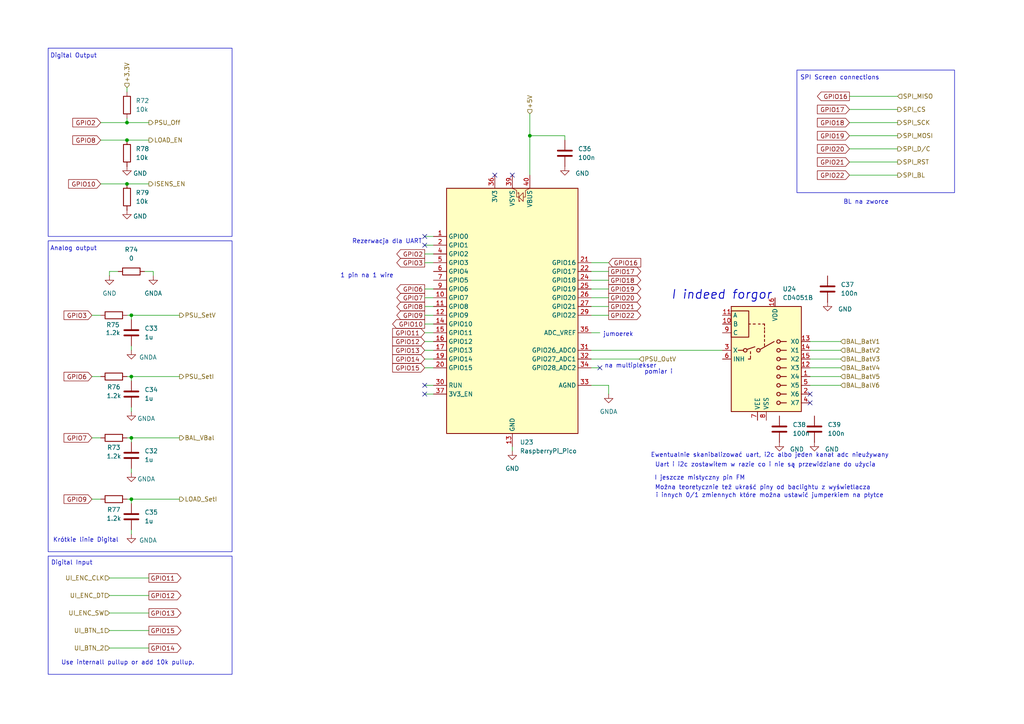
<source format=kicad_sch>
(kicad_sch (version 20231120) (generator "eeschema") (generator_version "8.0")
  (paper "A4")
  (lib_symbols
    (symbol "Analog_Switch:CD4051B"
      (property "Reference" "U" (at -10.16 16.51 0))
      (property "Value" "CD4051B" (at 3.81 16.51 0))
      (symbol "CD4051B_0_1"
        (rectangle (start -10.16 6.35) (end -5.08 13.97) (stroke (width 0.254)))
        (rectangle (start -10.16 15.24) (end 10.16 -15.24) (stroke (width 0.254)) (fill (type background)))
        (circle (center -6.096 2.54) (radius 0.508) (stroke (width 0.254)))
        (circle (center -2.286 2.54) (radius 0.508) (stroke (width 0.254)))
        (polyline (pts (xy -8.128 2.54) (xy -6.604 2.54)) (stroke (width 0.254)))
        (polyline (pts (xy -5.588 2.794) (xy -3.302 3.556)) (stroke (width 0.254)))
        (polyline (pts (xy -4.572 0) (xy -5.207 0)) (stroke (width 0.254)))
        (polyline (pts (xy -4.572 0.254) (xy -4.572 0.889)) (stroke (width 0.254)))
        (polyline (pts (xy -4.572 1.524) (xy -4.572 2.159)) (stroke (width 0.254)))
        (polyline (pts (xy -4.572 10.16) (xy -5.08 10.16)) (stroke (width 0.254)))
        (polyline (pts (xy -3.81 10.16) (xy -3.175 10.16)) (stroke (width 0.254)))
        (polyline (pts (xy -1.778 2.794) (xy 2.286 5.08)) (stroke (width 0.254)))
        (polyline (pts (xy -1.778 10.16) (xy -2.286 10.16)) (stroke (width 0.254)))
        (polyline (pts (xy -0.508 3.81) (xy -0.508 4.445)) (stroke (width 0.254)))
        (polyline (pts (xy -0.508 5.08) (xy -0.508 5.715)) (stroke (width 0.254)))
        (polyline (pts (xy -0.508 6.35) (xy -0.508 6.985)) (stroke (width 0.254)))
        (polyline (pts (xy -0.508 7.62) (xy -0.508 8.255)) (stroke (width 0.254)))
        (polyline (pts (xy -0.508 8.636) (xy -0.508 9.144)) (stroke (width 0.254)))
        (polyline (pts (xy -0.508 9.652) (xy -0.508 10.16)) (stroke (width 0.254)))
        (polyline (pts (xy -0.508 10.16) (xy -1.016 10.16)) (stroke (width 0.254)))
        (polyline (pts (xy 4.064 -12.7) (xy 5.842 -12.7)) (stroke (width 0.254)))
        (polyline (pts (xy 4.064 -10.16) (xy 5.842 -10.16)) (stroke (width 0.254)))
        (polyline (pts (xy 4.064 -7.62) (xy 5.842 -7.62)) (stroke (width 0.254)))
        (polyline (pts (xy 4.064 -5.08) (xy 5.842 -5.08)) (stroke (width 0.254)))
        (polyline (pts (xy 4.064 -2.54) (xy 5.842 -2.54)) (stroke (width 0.254)))
        (polyline (pts (xy 4.064 0) (xy 5.842 0)) (stroke (width 0.254)))
        (polyline (pts (xy 4.064 2.54) (xy 5.842 2.54)) (stroke (width 0.254)))
        (polyline (pts (xy 4.064 5.08) (xy 5.842 5.08)) (stroke (width 0.254)))
        (circle (center 3.556 -12.7) (radius 0.508) (stroke (width 0.254)))
        (circle (center 3.556 -10.16) (radius 0.508) (stroke (width 0.254)))
        (circle (center 3.556 -7.62) (radius 0.508) (stroke (width 0.254)))
        (circle (center 3.556 -5.08) (radius 0.508) (stroke (width 0.254)))
        (circle (center 3.556 -2.54) (radius 0.508) (stroke (width 0.254)))
        (circle (center 3.556 0) (radius 0.508) (stroke (width 0.254)))
        (circle (center 3.556 2.54) (radius 0.508) (stroke (width 0.254)))
        (circle (center 3.556 5.08) (radius 0.508) (stroke (width 0.254)))
      )
      (symbol "CD4051B_1_1"
        (pin bidirectional line (at 12.7 -5.08 180) (length 2.54) (name "X4") (number "1"))
        (pin input line (at -12.7 10.16 0) (length 2.54) (name "B") (number "10"))
        (pin input line (at -12.7 12.7 0) (length 2.54) (name "A") (number "11"))
        (pin bidirectional line (at 12.7 -2.54 180) (length 2.54) (name "X3") (number "12"))
        (pin bidirectional line (at 12.7 5.08 180) (length 2.54) (name "X0") (number "13"))
        (pin bidirectional line (at 12.7 2.54 180) (length 2.54) (name "X1") (number "14"))
        (pin bidirectional line (at 12.7 0 180) (length 2.54) (name "X2") (number "15"))
        (pin power_in line (at 2.54 17.78 270) (length 2.54) (name "VDD") (number "16"))
        (pin bidirectional line (at 12.7 -10.16 180) (length 2.54) (name "X6") (number "2"))
        (pin bidirectional line (at -12.7 2.54 0) (length 2.54) (name "X") (number "3"))
        (pin bidirectional line (at 12.7 -12.7 180) (length 2.54) (name "X7") (number "4"))
        (pin bidirectional line (at 12.7 -7.62 180) (length 2.54) (name "X5") (number "5"))
        (pin input line (at -12.7 0 0) (length 2.54) (name "INH") (number "6"))
        (pin power_in line (at -2.54 -17.78 90) (length 2.54) (name "VEE") (number "7"))
        (pin power_in line (at 0 -17.78 90) (length 2.54) (name "VSS") (number "8"))
        (pin input line (at -12.7 7.62 0) (length 2.54) (name "C") (number "9"))
      )
    )
    (symbol "Device:C" (pin_numbers hide) (pin_names (offset 0.254))
      (property "Reference" "C" (at 0.635 2.54 0))
      (property "Value" "C" (at 0.635 -2.54 0))
      (symbol "C_0_1"
        (polyline (pts (xy -2.032 -0.762) (xy 2.032 -0.762)) (stroke (width 0.508)))
        (polyline (pts (xy -2.032 0.762) (xy 2.032 0.762)) (stroke (width 0.508)))
      )
      (symbol "C_1_1"
        (pin passive line (at 0 3.81 270) (length 2.794) (name "~") (number "1"))
        (pin passive line (at 0 -3.81 90) (length 2.794) (name "~") (number "2"))
      )
    )
    (symbol "Device:R" (pin_numbers hide) (pin_names (offset 0))
      (property "Reference" "R" (at 2.032 0 90))
      (property "Value" "R" (at 0 0 90))
      (symbol "R_0_1"
        (rectangle (start -1.016 -2.54) (end 1.016 2.54) (stroke (width 0.254)))
      )
      (symbol "R_1_1"
        (pin passive line (at 0 3.81 270) (length 1.27) (name "~") (number "1"))
        (pin passive line (at 0 -3.81 90) (length 1.27) (name "~") (number "2"))
      )
    )
    (symbol "MCU_Module_RaspberryPi_Pico:RaspberryPi_Pico"
      (property "Reference" "U" (at -19.05 38.1 0))
      (property "Value" "RaspberryPi_Pico" (at 7.62 38.1 0))
      (symbol "RaspberryPi_Pico_0_1"
        (rectangle (start -19.05 36.83) (end 19.05 -34.29) (stroke (width 0.254)) (fill (type background)))
        (polyline (pts (xy 0 36.83) (xy 1.27 36.195) (xy 1.27 34.29) (xy 1.905 34.29)))
        (polyline (pts (xy 1.905 34.29) (xy 3.175 35.56) (xy 3.175 33.02) (xy 1.905 34.29)))
        (polyline (pts (xy 5.08 36.83) (xy 3.81 36.195) (xy 3.81 34.29) (xy 3.175 34.29)))
        (polyline (pts (xy 1.651 35.306) (xy 1.651 35.56) (xy 1.905 35.56) (xy 1.905 33.02) (xy 2.159 33.02) (xy 2.159 33.274)))
      )
      (symbol "RaspberryPi_Pico_1_1"
        (pin bidirectional line (at -22.86 22.86 0) (length 3.81) (name "GPIO0") (number "1"))
        (pin bidirectional line (at -22.86 5.08 0) (length 3.81) (name "GPIO7") (number "10"))
        (pin bidirectional line (at -22.86 2.54 0) (length 3.81) (name "GPIO8") (number "11"))
        (pin bidirectional line (at -22.86 0 0) (length 3.81) (name "GPIO9") (number "12"))
        (pin power_out line (at 0 -38.1 90) (length 3.81) (name "GND") (number "13"))
        (pin bidirectional line (at -22.86 -2.54 0) (length 3.81) (name "GPIO10") (number "14"))
        (pin bidirectional line (at -22.86 -5.08 0) (length 3.81) (name "GPIO11") (number "15"))
        (pin bidirectional line (at -22.86 -7.62 0) (length 3.81) (name "GPIO12") (number "16"))
        (pin bidirectional line (at -22.86 -10.16 0) (length 3.81) (name "GPIO13") (number "17"))
        (pin passive line (at 0 -38.1 90) (length 3.81) hide (name "GND") (number "18"))
        (pin bidirectional line (at -22.86 -12.7 0) (length 3.81) (name "GPIO14") (number "19"))
        (pin bidirectional line (at -22.86 20.32 0) (length 3.81) (name "GPIO1") (number "2"))
        (pin bidirectional line (at -22.86 -15.24 0) (length 3.81) (name "GPIO15") (number "20"))
        (pin bidirectional line (at 22.86 15.24 180) (length 3.81) (name "GPIO16") (number "21"))
        (pin bidirectional line (at 22.86 12.7 180) (length 3.81) (name "GPIO17") (number "22"))
        (pin passive line (at 0 -38.1 90) (length 3.81) hide (name "GND") (number "23"))
        (pin bidirectional line (at 22.86 10.16 180) (length 3.81) (name "GPIO18") (number "24"))
        (pin bidirectional line (at 22.86 7.62 180) (length 3.81) (name "GPIO19") (number "25"))
        (pin bidirectional line (at 22.86 5.08 180) (length 3.81) (name "GPIO20") (number "26"))
        (pin bidirectional line (at 22.86 2.54 180) (length 3.81) (name "GPIO21") (number "27"))
        (pin passive line (at 0 -38.1 90) (length 3.81) hide (name "GND") (number "28"))
        (pin bidirectional line (at 22.86 0 180) (length 3.81) (name "GPIO22") (number "29"))
        (pin passive line (at 0 -38.1 90) (length 3.81) hide (name "GND") (number "3"))
        (pin input line (at -22.86 -20.32 0) (length 3.81) (name "RUN") (number "30"))
        (pin bidirectional line (at 22.86 -10.16 180) (length 3.81) (name "GPIO26_ADC0") (number "31"))
        (pin bidirectional line (at 22.86 -12.7 180) (length 3.81) (name "GPIO27_ADC1") (number "32"))
        (pin power_in line (at 22.86 -20.32 180) (length 3.81) (name "AGND") (number "33"))
        (pin bidirectional line (at 22.86 -15.24 180) (length 3.81) (name "GPIO28_ADC2") (number "34"))
        (pin power_in line (at 22.86 -5.08 180) (length 3.81) (name "ADC_VREF") (number "35"))
        (pin power_out line (at -5.08 40.64 270) (length 3.81) (name "3V3") (number "36"))
        (pin input line (at -22.86 -22.86 0) (length 3.81) (name "3V3_EN") (number "37"))
        (pin passive line (at 0 -38.1 90) (length 3.81) hide (name "GND") (number "38"))
        (pin power_in line (at 0 40.64 270) (length 3.81) (name "VSYS") (number "39"))
        (pin bidirectional line (at -22.86 17.78 0) (length 3.81) (name "GPIO2") (number "4"))
        (pin power_out line (at 5.08 40.64 270) (length 3.81) (name "VBUS") (number "40"))
        (pin bidirectional line (at -22.86 15.24 0) (length 3.81) (name "GPIO3") (number "5"))
        (pin bidirectional line (at -22.86 12.7 0) (length 3.81) (name "GPIO4") (number "6"))
        (pin bidirectional line (at -22.86 10.16 0) (length 3.81) (name "GPIO5") (number "7"))
        (pin passive line (at 0 -38.1 90) (length 3.81) hide (name "GND") (number "8"))
        (pin bidirectional line (at -22.86 7.62 0) (length 3.81) (name "GPIO6") (number "9"))
      )
    )
    (symbol "power:GND" (power) (pin_numbers hide) (pin_names (offset 0) hide)
      (property "Value" "GND" (at 0 -3.81 0))
      (symbol "GND_0_1"
        (polyline (pts (xy 0 0) (xy 0 -1.27) (xy 1.27 -1.27) (xy 0 -2.54) (xy -1.27 -1.27) (xy 0 -1.27)))
      )
      (symbol "GND_1_1"
        (pin power_in line (at 0 0 270) (length 0) (name "~") (number "1"))
      )
    )
    (symbol "power:GNDA" (power) (pin_numbers hide) (pin_names (offset 0) hide)
      (property "Value" "GNDA" (at 0 -3.81 0))
      (symbol "GNDA_0_1"
        (polyline (pts (xy 0 0) (xy 0 -1.27) (xy 1.27 -1.27) (xy 0 -2.54) (xy -1.27 -1.27) (xy 0 -1.27)))
      )
      (symbol "GNDA_1_1"
        (pin power_in line (at 0 0 270) (length 0) (name "~") (number "1"))
      )
    )
  )
  (junction (at 36.83 53.34))
  (junction (at 38.1 109.22))
  (junction (at 38.1 91.44))
  (junction (at 38.1 144.78))
  (junction (at 36.83 40.64))
  (junction (at 153.67 39.37))
  (junction (at 36.83 35.56))
  (junction (at 38.1 127))
  (no_connect (at 123.19 71.12))
  (no_connect (at 173.99 106.68))
  (no_connect (at 148.59 50.8))
  (no_connect (at 123.19 111.76))
  (no_connect (at 234.95 116.84))
  (no_connect (at 123.19 68.58))
  (no_connect (at 234.95 114.3))
  (no_connect (at 307.34 74.93))
  (no_connect (at 143.51 50.8))
  (no_connect (at 123.19 114.3))
  (wire (pts (xy 31.75 187.96) (xy 43.18 187.96)))
  (wire (pts (xy 36.83 35.56) (xy 43.18 35.56)))
  (wire (pts (xy 38.1 146.05) (xy 38.1 144.78)))
  (wire (pts (xy 246.38 31.75) (xy 260.35 31.75)))
  (wire (pts (xy 234.95 106.68) (xy 243.84 106.68)))
  (wire (pts (xy 123.19 68.58) (xy 125.73 68.58)))
  (wire (pts (xy 26.67 144.78) (xy 29.21 144.78)))
  (wire (pts (xy 38.1 92.71) (xy 38.1 91.44)))
  (wire (pts (xy 148.59 130.81) (xy 148.59 129.54)))
  (wire (pts (xy 123.19 99.06) (xy 125.73 99.06)))
  (wire (pts (xy 38.1 135.89) (xy 38.1 137.16)))
  (wire (pts (xy 246.38 43.18) (xy 260.35 43.18)))
  (wire (pts (xy 36.83 25.4) (xy 36.83 26.67)))
  (wire (pts (xy 36.83 53.34) (xy 43.18 53.34)))
  (wire (pts (xy 36.83 40.64) (xy 43.18 40.64)))
  (wire (pts (xy 171.45 111.76) (xy 176.53 111.76)))
  (wire (pts (xy 246.38 46.99) (xy 260.35 46.99)))
  (wire (pts (xy 123.19 106.68) (xy 125.73 106.68)))
  (wire (pts (xy 123.19 83.82) (xy 125.73 83.82)))
  (wire (pts (xy 29.21 35.56) (xy 36.83 35.56)))
  (wire (pts (xy 246.38 50.8) (xy 260.35 50.8)))
  (wire (pts (xy 176.53 111.76) (xy 176.53 114.3)))
  (wire (pts (xy 234.95 111.76) (xy 243.84 111.76)))
  (wire (pts (xy 234.95 101.6) (xy 243.84 101.6)))
  (wire (pts (xy 36.83 34.29) (xy 36.83 35.56)))
  (wire (pts (xy 176.53 88.9) (xy 171.45 88.9)))
  (wire (pts (xy 163.83 40.64) (xy 163.83 39.37)))
  (wire (pts (xy 123.19 71.12) (xy 125.73 71.12)))
  (wire (pts (xy 36.83 144.78) (xy 38.1 144.78)))
  (wire (pts (xy 176.53 81.28) (xy 171.45 81.28)))
  (wire (pts (xy 41.91 78.74) (xy 44.45 78.74)))
  (wire (pts (xy 123.19 76.2) (xy 125.73 76.2)))
  (wire (pts (xy 234.95 99.06) (xy 243.84 99.06)))
  (wire (pts (xy 246.38 39.37) (xy 260.35 39.37)))
  (wire (pts (xy 173.99 96.52) (xy 171.45 96.52)))
  (wire (pts (xy 123.19 101.6) (xy 125.73 101.6)))
  (wire (pts (xy 123.19 88.9) (xy 125.73 88.9)))
  (wire (pts (xy 38.1 110.49) (xy 38.1 109.22)))
  (wire (pts (xy 123.19 93.98) (xy 125.73 93.98)))
  (wire (pts (xy 38.1 91.44) (xy 52.07 91.44)))
  (wire (pts (xy 234.95 104.14) (xy 243.84 104.14)))
  (wire (pts (xy 173.99 106.68) (xy 171.45 106.68)))
  (wire (pts (xy 36.83 91.44) (xy 38.1 91.44)))
  (wire (pts (xy 31.75 177.8) (xy 43.18 177.8)))
  (wire (pts (xy 38.1 100.33) (xy 38.1 101.6)))
  (wire (pts (xy 26.67 91.44) (xy 29.21 91.44)))
  (wire (pts (xy 123.19 111.76) (xy 125.73 111.76)))
  (wire (pts (xy 246.38 35.56) (xy 260.35 35.56)))
  (wire (pts (xy 31.75 167.64) (xy 43.18 167.64)))
  (wire (pts (xy 38.1 128.27) (xy 38.1 127)))
  (wire (pts (xy 123.19 73.66) (xy 125.73 73.66)))
  (wire (pts (xy 171.45 104.14) (xy 185.42 104.14)))
  (wire (pts (xy 123.19 104.14) (xy 125.73 104.14)))
  (wire (pts (xy 176.53 91.44) (xy 171.45 91.44)))
  (wire (pts (xy 123.19 86.36) (xy 125.73 86.36)))
  (wire (pts (xy 153.67 33.02) (xy 153.67 39.37)))
  (wire (pts (xy 36.83 109.22) (xy 38.1 109.22)))
  (wire (pts (xy 246.38 27.94) (xy 260.35 27.94)))
  (wire (pts (xy 38.1 144.78) (xy 52.07 144.78)))
  (wire (pts (xy 26.67 127) (xy 29.21 127)))
  (wire (pts (xy 38.1 109.22) (xy 52.07 109.22)))
  (wire (pts (xy 123.19 96.52) (xy 125.73 96.52)))
  (wire (pts (xy 38.1 127) (xy 52.07 127)))
  (wire (pts (xy 38.1 118.11) (xy 38.1 119.38)))
  (wire (pts (xy 31.75 80.01) (xy 31.75 78.74)))
  (wire (pts (xy 123.19 114.3) (xy 125.73 114.3)))
  (wire (pts (xy 29.21 53.34) (xy 36.83 53.34)))
  (wire (pts (xy 31.75 182.88) (xy 43.18 182.88)))
  (wire (pts (xy 38.1 153.67) (xy 38.1 154.94)))
  (wire (pts (xy 123.19 91.44) (xy 125.73 91.44)))
  (wire (pts (xy 44.45 78.74) (xy 44.45 80.01)))
  (wire (pts (xy 36.83 127) (xy 38.1 127)))
  (wire (pts (xy 176.53 83.82) (xy 171.45 83.82)))
  (wire (pts (xy 153.67 39.37) (xy 153.67 50.8)))
  (wire (pts (xy 26.67 109.22) (xy 29.21 109.22)))
  (wire (pts (xy 176.53 86.36) (xy 171.45 86.36)))
  (wire (pts (xy 176.53 76.2) (xy 171.45 76.2)))
  (wire (pts (xy 29.21 40.64) (xy 36.83 40.64)))
  (wire (pts (xy 153.67 39.37) (xy 163.83 39.37)))
  (wire (pts (xy 31.75 172.72) (xy 43.18 172.72)))
  (wire (pts (xy 31.75 78.74) (xy 34.29 78.74)))
  (wire (pts (xy 176.53 78.74) (xy 171.45 78.74)))
  (wire (pts (xy 171.45 101.6) (xy 209.55 101.6)))
  (wire (pts (xy 234.95 109.22) (xy 243.84 109.22)))
  (rectangle (start 231.14 20.32) (end 276.86 55.88))
  (rectangle (start 13.97 161.29) (end 67.31 195.58))
  (rectangle (start 13.97 13.97) (end 67.31 68.58))
  (rectangle (start 13.97 69.85) (end 67.31 160.02))
  (text "Rezerwacja dla UART" (at 112.268 70.104 0) (effects (font (size 1.27 1.27))))
  (text "pomiar i" (at 191.008 107.95 0) (effects (font (size 1.27 1.27))))
  (text "Analog output" (at 21.336 72.136 0) (effects (font (size 1.27 1.27))))
  (text "1 pin na 1 wire\n" (at 106.426 80.01 0) (effects (font (size 1.27 1.27))))
  (text "Digital Output" (at 21.336 16.256 0) (effects (font (size 1.27 1.27))))
  (text "Uart i i2c zostawiłem w razie co i nie są przewidziane do użycia" (at 221.996 134.874 0) (effects (font (size 1.27 1.27))))
  (text "SPI Screen connections" (at 243.586 22.606 0) (effects (font (size 1.27 1.27))))
  (text "Krótkie linie Digital" (at 24.892 156.718 0) (effects (font (size 1.27 1.27))))
  (text " i innych 0/1 zmiennych które można ustawić jumperkiem na płytce" (at 222.758 143.764 0) (effects (font (size 1.27 1.27))))
  (text "Use internall pullup or add 10k pullup." (at 37.084 192.278 0) (effects (font (size 1.27 1.27))))
  (text "jumoerek\n" (at 179.324 97.028 0) (effects (font (size 1.27 1.27))))
  (text "Można teoretycznie też ukraść piny od baclightu z wyświetlacza" (at 221.234 141.478 0) (effects (font (size 1.27 1.27))))
  (text "I indeed forgor" (at 209.296 85.598 0) (effects (font (size 2.54 2.54) (thickness 0.254) (bold yes) (italic yes))))
  (text "BL na zworce" (at 251.206 58.674 0) (effects (font (size 1.27 1.27))))
  (text "Digital Input" (at 20.828 163.322 0) (effects (font (size 1.27 1.27))))
  (text "Ewentualnie skanibalizować uart, i2c albo jeden kanał adc nieużywany" (at 223.266 132.08 0) (effects (font (size 1.27 1.27))))
  (text "na multiplekser" (at 182.88 106.172 0) (effects (font (size 1.27 1.27))))
  (text "I jeszcze mistyczny pin FM " (at 203.454 138.684 0) (effects (font (size 1.27 1.27))))
  (global_label "GPIO22" (shape output) (at 176.53 91.44 0) (property "Intersheetrefs" "${INTERSHEET_REFS}" (effects (hide yes))))
  (global_label "GPIO21" (shape input) (at 246.38 46.99 180) (property "Intersheetrefs" "${INTERSHEET_REFS}" (effects (hide yes))))
  (global_label "GPIO8" (shape input) (at 29.21 40.64 180) (property "Intersheetrefs" "${INTERSHEET_REFS}" (effects (hide yes))))
  (global_label "GPIO12" (shape input) (at 123.19 99.06 180) (property "Intersheetrefs" "${INTERSHEET_REFS}" (effects (hide yes))))
  (global_label "GPIO6" (shape output) (at 123.19 83.82 180) (property "Intersheetrefs" "${INTERSHEET_REFS}" (effects (hide yes))))
  (global_label "GPIO19" (shape input) (at 246.38 39.37 180) (property "Intersheetrefs" "${INTERSHEET_REFS}" (effects (hide yes))))
  (global_label "GPIO20" (shape output) (at 176.53 86.36 0) (property "Intersheetrefs" "${INTERSHEET_REFS}" (effects (hide yes))))
  (global_label "GPIO21" (shape output) (at 176.53 88.9 0) (property "Intersheetrefs" "${INTERSHEET_REFS}" (effects (hide yes))))
  (global_label "GPIO7" (shape output) (at 123.19 86.36 180) (property "Intersheetrefs" "${INTERSHEET_REFS}" (effects (hide yes))))
  (global_label "GPIO11" (shape input) (at 123.19 96.52 180) (property "Intersheetrefs" "${INTERSHEET_REFS}" (effects (hide yes))))
  (global_label "GPIO14" (shape input) (at 123.19 104.14 180) (property "Intersheetrefs" "${INTERSHEET_REFS}" (effects (hide yes))))
  (global_label "GPIO18" (shape input) (at 246.38 35.56 180) (property "Intersheetrefs" "${INTERSHEET_REFS}" (effects (hide yes))))
  (global_label "GPIO19" (shape output) (at 176.53 83.82 0) (property "Intersheetrefs" "${INTERSHEET_REFS}" (effects (hide yes))))
  (global_label "GPIO3" (shape output) (at 123.19 76.2 180) (property "Intersheetrefs" "${INTERSHEET_REFS}" (effects (hide yes))))
  (global_label "GPIO15" (shape output) (at 43.18 182.88 0) (property "Intersheetrefs" "${INTERSHEET_REFS}" (effects (hide yes))))
  (global_label "GPIO14" (shape output) (at 43.18 187.96 0) (property "Intersheetrefs" "${INTERSHEET_REFS}" (effects (hide yes))))
  (global_label "GPIO8" (shape output) (at 123.19 88.9 180) (property "Intersheetrefs" "${INTERSHEET_REFS}" (effects (hide yes))))
  (global_label "GPIO18" (shape output) (at 176.53 81.28 0) (property "Intersheetrefs" "${INTERSHEET_REFS}" (effects (hide yes))))
  (global_label "GPIO20" (shape input) (at 246.38 43.18 180) (property "Intersheetrefs" "${INTERSHEET_REFS}" (effects (hide yes))))
  (global_label "GPIO17" (shape output) (at 176.53 78.74 0) (property "Intersheetrefs" "${INTERSHEET_REFS}" (effects (hide yes))))
  (global_label "GPIO9" (shape output) (at 123.19 91.44 180) (property "Intersheetrefs" "${INTERSHEET_REFS}" (effects (hide yes))))
  (global_label "GPIO10" (shape input) (at 29.21 53.34 180) (property "Intersheetrefs" "${INTERSHEET_REFS}" (effects (hide yes))))
  (global_label "GPIO2" (shape output) (at 123.19 73.66 180) (property "Intersheetrefs" "${INTERSHEET_REFS}" (effects (hide yes))))
  (global_label "GPIO13" (shape output) (at 43.18 177.8 0) (property "Intersheetrefs" "${INTERSHEET_REFS}" (effects (hide yes))))
  (global_label "GPIO6" (shape input) (at 26.67 109.22 180) (property "Intersheetrefs" "${INTERSHEET_REFS}" (effects (hide yes))))
  (global_label "GPIO2" (shape input) (at 29.21 35.56 180) (property "Intersheetrefs" "${INTERSHEET_REFS}" (effects (hide yes))))
  (global_label "GPIO15" (shape input) (at 123.19 106.68 180) (property "Intersheetrefs" "${INTERSHEET_REFS}" (effects (hide yes))))
  (global_label "GPIO22" (shape input) (at 246.38 50.8 180) (property "Intersheetrefs" "${INTERSHEET_REFS}" (effects (hide yes))))
  (global_label "GPIO11" (shape output) (at 43.18 167.64 0) (property "Intersheetrefs" "${INTERSHEET_REFS}" (effects (hide yes))))
  (global_label "GPIO12" (shape output) (at 43.18 172.72 0) (property "Intersheetrefs" "${INTERSHEET_REFS}" (effects (hide yes))))
  (global_label "GPIO16" (shape input) (at 176.53 76.2 0) (property "Intersheetrefs" "${INTERSHEET_REFS}" (effects (hide yes))))
  (global_label "GPIO10" (shape output) (at 123.19 93.98 180) (property "Intersheetrefs" "${INTERSHEET_REFS}" (effects (hide yes))))
  (global_label "GPIO7" (shape input) (at 26.67 127 180) (property "Intersheetrefs" "${INTERSHEET_REFS}" (effects (hide yes))))
  (global_label "GPIO13" (shape input) (at 123.19 101.6 180) (property "Intersheetrefs" "${INTERSHEET_REFS}" (effects (hide yes))))
  (global_label "GPIO17" (shape input) (at 246.38 31.75 180) (property "Intersheetrefs" "${INTERSHEET_REFS}" (effects (hide yes))))
  (global_label "GPIO16" (shape output) (at 246.38 27.94 180) (property "Intersheetrefs" "${INTERSHEET_REFS}" (effects (hide yes))))
  (global_label "GPIO9" (shape input) (at 26.67 144.78 180) (property "Intersheetrefs" "${INTERSHEET_REFS}" (effects (hide yes))))
  (global_label "GPIO3" (shape input) (at 26.67 91.44 180) (property "Intersheetrefs" "${INTERSHEET_REFS}" (effects (hide yes))))
  (hierarchical_label "SPI_CS" (shape output) (at 260.35 31.75 0))
  (hierarchical_label "SPI_D{slash}C" (shape output) (at 260.35 43.18 0))
  (hierarchical_label "SPI_MOSI" (shape output) (at 260.35 39.37 0))
  (hierarchical_label "BAL_BatV1" (shape input) (at 243.84 99.06 0))
  (hierarchical_label "LOAD_EN" (shape output) (at 43.18 40.64 0))
  (hierarchical_label "BAL_BatV3" (shape input) (at 243.84 104.14 0))
  (hierarchical_label "BAL_BatV4" (shape input) (at 243.84 106.68 0))
  (hierarchical_label "UI_ENC_SW" (shape input) (at 31.75 177.8 180))
  (hierarchical_label "PSU_OutV" (shape input) (at 185.42 104.14 0))
  (hierarchical_label "+5V" (shape input) (at 153.67 33.02 90))
  (hierarchical_label "BAL_BatV2" (shape input) (at 243.84 101.6 0))
  (hierarchical_label "BAL_BatV5" (shape input) (at 243.84 109.22 0))
  (hierarchical_label "BAL_VBal" (shape output) (at 52.07 127 0))
  (hierarchical_label "ISENS_EN" (shape output) (at 43.18 53.34 0))
  (hierarchical_label "UI_ENC_DT" (shape input) (at 31.75 172.72 180))
  (hierarchical_label "SPI_RST" (shape output) (at 260.35 46.99 0))
  (hierarchical_label "PSU_SetV" (shape output) (at 52.07 91.44 0))
  (hierarchical_label "SPI_BL" (shape output) (at 260.35 50.8 0))
  (hierarchical_label "SPI_MISO" (shape input) (at 260.35 27.94 0))
  (hierarchical_label "+3.3V" (shape input) (at 36.83 25.4 90))
  (hierarchical_label "PSU_SetI" (shape output) (at 52.07 109.22 0))
  (hierarchical_label "LOAD_SetI" (shape output) (at 52.07 144.78 0))
  (hierarchical_label "SPI_SCK" (shape output) (at 260.35 35.56 0))
  (hierarchical_label "UI_BTN_1" (shape input) (at 31.75 182.88 180))
  (hierarchical_label "BAL_BalV6" (shape input) (at 243.84 111.76 0))
  (hierarchical_label "PSU_Off" (shape output) (at 43.18 35.56 0))
  (hierarchical_label "UI_BTN_2" (shape input) (at 31.75 187.96 180))
  (hierarchical_label "UI_ENC_CLK" (shape input) (at 31.75 167.64 180))
  (symbol (lib_id "Analog_Switch:CD4051B") (at 222.25 104.14 0) (unit 1)
    (property "Reference" "U24" (at 226.9841 83.82 0) (effects (justify left)))
    (property "Value" "CD4051B" (at 226.9841 86.36 0) (effects (justify left)))
    (property "Datasheet" "http://www.ti.com/lit/ds/symlink/cd4052b.pdf" (effects (hide yes)))
    (property "Description" "CMOS single 8-channel analog multiplexer demultiplexer, TSSOP-16/DIP-16/SOIC-16" (effects (hide yes)))
  )
  (symbol (lib_id "Device:C") (at 236.22 124.46 0) (unit 1)
    (property "Reference" "C39" (at 240.03 123.1899 0) (effects (justify left)))
    (property "Value" "100n" (at 240.03 125.7299 0) (effects (justify left)))
    (property "Description" "Unpolarized capacitor" (effects (hide yes)))
  )
  (symbol (lib_id "Device:R") (at 38.1 78.74 90) (unit 1)
    (property "Reference" "R74" (at 38.1 72.39 90))
    (property "Value" "0" (at 38.1 74.93 90))
    (property "Footprint" "Resistor_SMD:R_0805_2012Metric_Pad1.20x1.40mm_HandSolder" (effects (hide yes)))
    (property "Description" "Resistor" (effects (hide yes)))
  )
  (symbol (lib_id "Device:C") (at 38.1 114.3 0) (unit 1)
    (property "Reference" "C34" (at 41.91 113.0299 0) (effects (justify left)))
    (property "Value" "1u" (at 41.91 115.5699 0) (effects (justify left)))
    (property "Footprint" "Capacitor_SMD:C_0805_2012Metric_Pad1.18x1.45mm_HandSolder" (effects (hide yes)))
    (property "Description" "Unpolarized capacitor" (effects (hide yes)))
  )
  (symbol (lib_id "power:GND") (at 36.83 60.96 0) (unit 1)
    (property "Reference" "#PWR075" (effects (hide yes)))
    (property "Value" "GND" (at 40.64 62.738 0))
    (property "Description" "Power symbol creates a global label with name \"GND\" , ground" (effects (hide yes)))
  )
  (symbol (lib_id "power:GNDA") (at 176.53 114.3 0) (unit 1)
    (property "Reference" "#PWR078" (effects (hide yes)))
    (property "Value" "GNDA" (at 176.53 119.38 0))
    (property "Description" "Power symbol creates a global label with name \"GNDA\" , analog ground" (effects (hide yes)))
  )
  (symbol (lib_id "Device:C") (at 38.1 96.52 0) (unit 1)
    (property "Reference" "C33" (at 41.91 95.2499 0) (effects (justify left)))
    (property "Value" "1u" (at 41.91 97.7899 0) (effects (justify left)))
    (property "Footprint" "Capacitor_SMD:C_0805_2012Metric_Pad1.18x1.45mm_HandSolder" (effects (hide yes)))
    (property "Description" "Unpolarized capacitor" (effects (hide yes)))
  )
  (symbol (lib_id "Device:C") (at 226.06 124.46 0) (unit 1)
    (property "Reference" "C38" (at 229.87 123.1899 0) (effects (justify left)))
    (property "Value" "100n" (at 229.87 125.7299 0) (effects (justify left)))
    (property "Description" "Unpolarized capacitor" (effects (hide yes)))
  )
  (symbol (lib_id "power:GND") (at 36.83 48.26 0) (unit 1)
    (property "Reference" "#PWR074" (effects (hide yes)))
    (property "Value" "GND" (at 40.64 50.292 0))
    (property "Description" "Power symbol creates a global label with name \"GND\" , ground" (effects (hide yes)))
  )
  (symbol (lib_id "Device:R") (at 33.02 91.44 90) (unit 1)
    (property "Reference" "R75" (at 32.766 94.234 90))
    (property "Value" "1.2k" (at 32.766 96.52 90))
    (property "Footprint" "Resistor_SMD:R_0805_2012Metric_Pad1.20x1.40mm_HandSolder" (effects (hide yes)))
    (property "Description" "Resistor" (effects (hide yes)))
  )
  (symbol (lib_id "power:GND") (at 163.83 48.26 0) (unit 1)
    (property "Reference" "#PWR079" (effects (hide yes)))
    (property "Value" "GND" (at 168.91 50.292 0))
    (property "Description" "Power symbol creates a global label with name \"GND\" , ground" (effects (hide yes)))
  )
  (symbol (lib_id "Device:C") (at 240.03 83.82 0) (unit 1)
    (property "Reference" "C37" (at 243.84 82.5499 0) (effects (justify left)))
    (property "Value" "100n" (at 243.84 85.0899 0) (effects (justify left)))
    (property "Description" "Unpolarized capacitor" (effects (hide yes)))
  )
  (symbol (lib_id "Device:C") (at 38.1 149.86 0) (unit 1)
    (property "Reference" "C35" (at 41.91 148.5899 0) (effects (justify left)))
    (property "Value" "1u" (at 41.91 151.1299 0) (effects (justify left)))
    (property "Footprint" "Capacitor_SMD:C_0805_2012Metric_Pad1.18x1.45mm_HandSolder" (effects (hide yes)))
    (property "Description" "Unpolarized capacitor" (effects (hide yes)))
  )
  (symbol (lib_id "Device:R") (at 36.83 57.15 0) (unit 1)
    (property "Reference" "R79" (at 39.37 55.8799 0) (effects (justify left)))
    (property "Value" "10k" (at 39.37 58.4199 0) (effects (justify left)))
    (property "Footprint" "Resistor_SMD:R_0805_2012Metric_Pad1.20x1.40mm_HandSolder" (effects (hide yes)))
    (property "Description" "Resistor" (effects (hide yes)))
  )
  (symbol (lib_id "power:GND") (at 148.59 130.81 0) (unit 1)
    (property "Reference" "#PWR063" (effects (hide yes)))
    (property "Value" "GND" (at 148.59 135.89 0))
    (property "Description" "Power symbol creates a global label with name \"GND\" , ground" (effects (hide yes)))
  )
  (symbol (lib_id "power:GNDA") (at 38.1 137.16 0) (unit 1)
    (property "Reference" "#PWR070" (effects (hide yes)))
    (property "Value" "GNDA" (at 42.418 138.938 0))
    (property "Description" "Power symbol creates a global label with name \"GNDA\" , analog ground" (effects (hide yes)))
  )
  (symbol (lib_id "Device:R") (at 33.02 144.78 90) (unit 1)
    (property "Reference" "R77" (at 33.02 147.828 90))
    (property "Value" "1.2k" (at 33.02 150.368 90))
    (property "Footprint" "Resistor_SMD:R_0805_2012Metric_Pad1.20x1.40mm_HandSolder" (effects (hide yes)))
    (property "Description" "Resistor" (effects (hide yes)))
  )
  (symbol (lib_id "Device:R") (at 36.83 44.45 0) (unit 1)
    (property "Reference" "R78" (at 39.37 43.1799 0) (effects (justify left)))
    (property "Value" "10k" (at 39.37 45.7199 0) (effects (justify left)))
    (property "Footprint" "Resistor_SMD:R_0805_2012Metric_Pad1.20x1.40mm_HandSolder" (effects (hide yes)))
    (property "Description" "Resistor" (effects (hide yes)))
  )
  (symbol (lib_id "power:GNDA") (at 38.1 119.38 0) (unit 1)
    (property "Reference" "#PWR072" (effects (hide yes)))
    (property "Value" "GNDA" (at 42.418 121.412 0))
    (property "Description" "Power symbol creates a global label with name \"GNDA\" , analog ground" (effects (hide yes)))
  )
  (symbol (lib_id "Device:R") (at 36.83 30.48 0) (unit 1)
    (property "Reference" "R72" (at 39.37 29.2099 0) (effects (justify left)))
    (property "Value" "10k" (at 39.37 31.7499 0) (effects (justify left)))
    (property "Footprint" "Resistor_SMD:R_0805_2012Metric_Pad1.20x1.40mm_HandSolder" (effects (hide yes)))
    (property "Description" "Resistor" (effects (hide yes)))
  )
  (symbol (lib_id "power:GNDA") (at 38.1 154.94 0) (unit 1)
    (property "Reference" "#PWR073" (effects (hide yes)))
    (property "Value" "GNDA" (at 42.926 156.718 0))
    (property "Description" "Power symbol creates a global label with name \"GNDA\" , analog ground" (effects (hide yes)))
  )
  (symbol (lib_id "power:GND") (at 240.03 87.63 0) (unit 1)
    (property "Reference" "#PWR080" (effects (hide yes)))
    (property "Value" "GND" (at 245.11 89.662 0))
    (property "Description" "Power symbol creates a global label with name \"GND\" , ground" (effects (hide yes)))
  )
  (symbol (lib_id "power:GNDA") (at 38.1 101.6 0) (unit 1)
    (property "Reference" "#PWR071" (effects (hide yes)))
    (property "Value" "GNDA" (at 42.926 103.632 0))
    (property "Description" "Power symbol creates a global label with name \"GNDA\" , analog ground" (effects (hide yes)))
  )
  (symbol (lib_id "power:GND") (at 31.75 80.01 0) (unit 1)
    (property "Reference" "#PWR068" (effects (hide yes)))
    (property "Value" "GND" (at 31.75 85.09 0))
    (property "Description" "Power symbol creates a global label with name \"GND\" , ground" (effects (hide yes)))
  )
  (symbol (lib_id "Device:R") (at 33.02 127 90) (unit 1)
    (property "Reference" "R73" (at 33.02 129.794 90))
    (property "Value" "1.2k" (at 33.02 132.334 90))
    (property "Footprint" "Resistor_SMD:R_0805_2012Metric_Pad1.20x1.40mm_HandSolder" (effects (hide yes)))
    (property "Description" "Resistor" (effects (hide yes)))
  )
  (symbol (lib_id "power:GNDA") (at 44.45 80.01 0) (unit 1)
    (property "Reference" "#PWR069" (effects (hide yes)))
    (property "Value" "GNDA" (at 44.45 85.09 0))
    (property "Description" "Power symbol creates a global label with name \"GNDA\" , analog ground" (effects (hide yes)))
  )
  (symbol (lib_id "Device:C") (at 38.1 132.08 0) (unit 1)
    (property "Reference" "C32" (at 41.91 130.8099 0) (effects (justify left)))
    (property "Value" "1u" (at 41.91 133.3499 0) (effects (justify left)))
    (property "Footprint" "Capacitor_SMD:C_0805_2012Metric_Pad1.18x1.45mm_HandSolder" (effects (hide yes)))
    (property "Description" "Unpolarized capacitor" (effects (hide yes)))
  )
  (symbol (lib_id "Device:R") (at 33.02 109.22 90) (unit 1)
    (property "Reference" "R76" (at 33.02 112.268 90))
    (property "Value" "1.2k" (at 33.02 114.808 90))
    (property "Footprint" "Resistor_SMD:R_0805_2012Metric_Pad1.20x1.40mm_HandSolder" (effects (hide yes)))
    (property "Description" "Resistor" (effects (hide yes)))
  )
  (symbol (lib_id "Device:C") (at 163.83 44.45 0) (unit 1)
    (property "Reference" "C36" (at 167.64 43.1799 0) (effects (justify left)))
    (property "Value" "100n" (at 167.64 45.7199 0) (effects (justify left)))
    (property "Description" "Unpolarized capacitor" (effects (hide yes)))
  )
  (symbol (lib_id "power:GND") (at 236.22 128.27 0) (unit 1)
    (property "Reference" "#PWR082" (effects (hide yes)))
    (property "Value" "GND" (at 241.3 130.302 0))
    (property "Description" "Power symbol creates a global label with name \"GND\" , ground" (effects (hide yes)))
  )
  (symbol (lib_id "power:GND") (at 226.06 128.27 0) (unit 1)
    (property "Reference" "#PWR081" (effects (hide yes)))
    (property "Value" "GND" (at 231.14 130.302 0))
    (property "Description" "Power symbol creates a global label with name \"GND\" , ground" (effects (hide yes)))
  )
  (symbol (lib_id "MCU_Module_RaspberryPi_Pico:RaspberryPi_Pico") (at 148.59 91.44 0) (unit 1)
    (property "Reference" "U23" (at 150.7841 128.27 0) (effects (justify left)))
    (property "Value" "RaspberryPi_Pico" (at 150.7841 130.81 0) (effects (justify left)))
    (property "Footprint" "Module_RaspberryPi_Pico:RaspberryPi_Pico_Common" (effects (hide yes)))
    (property "Datasheet" "https://datasheets.raspberrypi.com/pico/pico-datasheet.pdf" (effects (hide yes)))
    (property "Description" "Versatile and inexpensive microcontroller module (with full pinout for reflow soldering) powered by RP2040 dual-core Arm Cortex-M0+ processor up to 133 MHz, 264kB SRAM, 2MB QSPI flash" (effects (hide yes)))
  )
)
</source>
